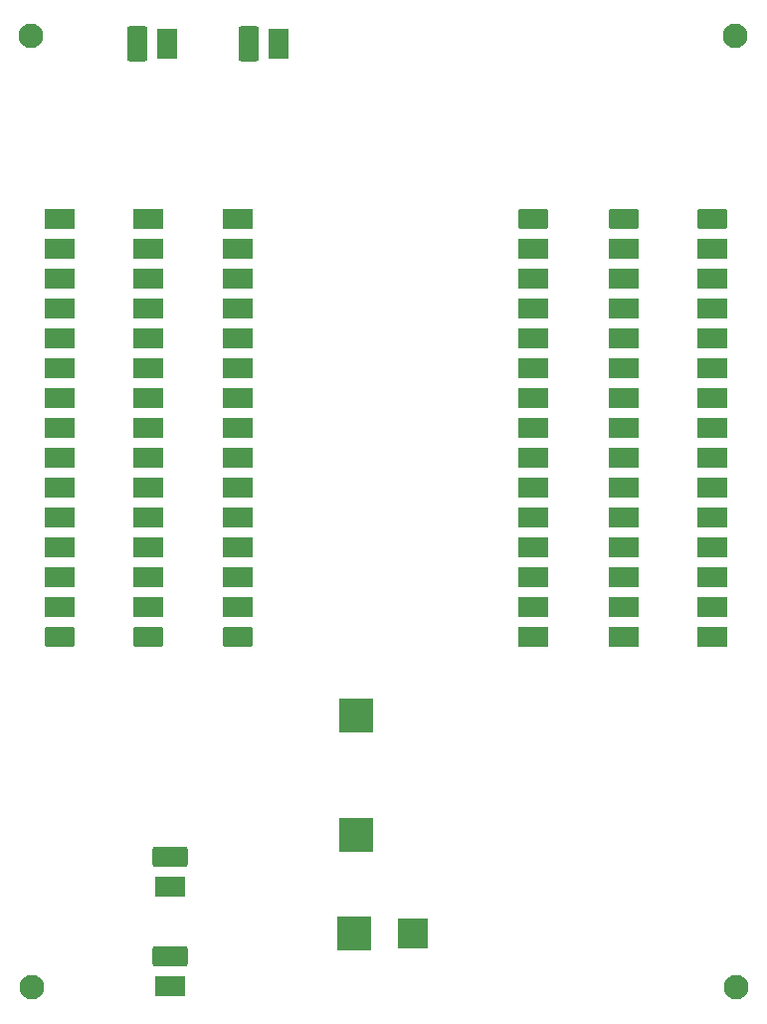
<source format=gbr>
%TF.GenerationSoftware,KiCad,Pcbnew,6.0.7+dfsg-1+b1*%
%TF.CreationDate,2022-10-20T00:31:17-05:00*%
%TF.ProjectId,esp32,65737033-322e-46b6-9963-61645f706362,rev?*%
%TF.SameCoordinates,Original*%
%TF.FileFunction,Soldermask,Bot*%
%TF.FilePolarity,Negative*%
%FSLAX46Y46*%
G04 Gerber Fmt 4.6, Leading zero omitted, Abs format (unit mm)*
G04 Created by KiCad (PCBNEW 6.0.7+dfsg-1+b1) date 2022-10-20 00:31:17*
%MOMM*%
%LPD*%
G01*
G04 APERTURE LIST*
G04 Aperture macros list*
%AMRoundRect*
0 Rectangle with rounded corners*
0 $1 Rounding radius*
0 $2 $3 $4 $5 $6 $7 $8 $9 X,Y pos of 4 corners*
0 Add a 4 corners polygon primitive as box body*
4,1,4,$2,$3,$4,$5,$6,$7,$8,$9,$2,$3,0*
0 Add four circle primitives for the rounded corners*
1,1,$1+$1,$2,$3*
1,1,$1+$1,$4,$5*
1,1,$1+$1,$6,$7*
1,1,$1+$1,$8,$9*
0 Add four rect primitives between the rounded corners*
20,1,$1+$1,$2,$3,$4,$5,0*
20,1,$1+$1,$4,$5,$6,$7,0*
20,1,$1+$1,$6,$7,$8,$9,0*
20,1,$1+$1,$8,$9,$2,$3,0*%
G04 Aperture macros list end*
%ADD10RoundRect,0.250000X1.020000X-0.620000X1.020000X0.620000X-1.020000X0.620000X-1.020000X-0.620000X0*%
%ADD11R,2.540000X1.740000*%
%ADD12RoundRect,0.250000X-0.620000X-1.250000X0.620000X-1.250000X0.620000X1.250000X-0.620000X1.250000X0*%
%ADD13R,1.740000X2.540000*%
%ADD14C,2.100000*%
%ADD15RoundRect,0.250000X-1.020000X0.620000X-1.020000X-0.620000X1.020000X-0.620000X1.020000X0.620000X0*%
%ADD16R,2.500000X2.500000*%
%ADD17R,3.000000X3.000000*%
%ADD18RoundRect,0.250000X-1.250000X0.620000X-1.250000X-0.620000X1.250000X-0.620000X1.250000X0.620000X0*%
G04 APERTURE END LIST*
D10*
%TO.C,J6der1*%
X119937500Y-119590000D03*
D11*
X119937500Y-117050000D03*
X119937500Y-114510000D03*
X119937500Y-111970000D03*
X119937500Y-109430000D03*
X119937500Y-106890000D03*
X119937500Y-104350000D03*
X119937500Y-101810000D03*
X119937500Y-99270000D03*
X119937500Y-96730000D03*
X119937500Y-94190000D03*
X119937500Y-91650000D03*
X119937500Y-89110000D03*
X119937500Y-86570000D03*
X119937500Y-84030000D03*
%TD*%
D12*
%TO.C,J1*%
X128460000Y-69140000D03*
D13*
X131000000Y-69140000D03*
%TD*%
D14*
%TO.C,H4*%
X109930000Y-68490000D03*
%TD*%
%TO.C,H2*%
X110000000Y-149400000D03*
%TD*%
D12*
%TO.C,J7*%
X119030000Y-69140000D03*
D13*
X121570000Y-69140000D03*
%TD*%
D14*
%TO.C,H1*%
X170000000Y-149400000D03*
%TD*%
D15*
%TO.C,J4*%
X160437500Y-84020000D03*
D11*
X160437500Y-86560000D03*
X160437500Y-89100000D03*
X160437500Y-91640000D03*
X160437500Y-94180000D03*
X160437500Y-96720000D03*
X160437500Y-99260000D03*
X160437500Y-101800000D03*
X160437500Y-104340000D03*
X160437500Y-106880000D03*
X160437500Y-109420000D03*
X160437500Y-111960000D03*
X160437500Y-114500000D03*
X160437500Y-117040000D03*
X160437500Y-119580000D03*
%TD*%
D10*
%TO.C,J7der1*%
X112415000Y-119570000D03*
D11*
X112415000Y-117030000D03*
X112415000Y-114490000D03*
X112415000Y-111950000D03*
X112415000Y-109410000D03*
X112415000Y-106870000D03*
X112415000Y-104330000D03*
X112415000Y-101790000D03*
X112415000Y-99250000D03*
X112415000Y-96710000D03*
X112415000Y-94170000D03*
X112415000Y-91630000D03*
X112415000Y-89090000D03*
X112415000Y-86550000D03*
X112415000Y-84010000D03*
%TD*%
D14*
%TO.C,H3*%
X169930000Y-68490000D03*
%TD*%
D16*
%TO.C,J3*%
X142500000Y-144800000D03*
D17*
X137500000Y-144800000D03*
%TD*%
D18*
%TO.C,J6*%
X121842500Y-146730000D03*
D11*
X121842500Y-149270000D03*
%TD*%
D10*
%TO.C,J8der1*%
X127600000Y-119570000D03*
D11*
X127600000Y-117030000D03*
X127600000Y-114490000D03*
X127600000Y-111950000D03*
X127600000Y-109410000D03*
X127600000Y-106870000D03*
X127600000Y-104330000D03*
X127600000Y-101790000D03*
X127600000Y-99250000D03*
X127600000Y-96710000D03*
X127600000Y-94170000D03*
X127600000Y-91630000D03*
X127600000Y-89090000D03*
X127600000Y-86550000D03*
X127600000Y-84010000D03*
%TD*%
D18*
%TO.C,J8*%
X121842500Y-138330000D03*
D11*
X121842500Y-140870000D03*
%TD*%
D15*
%TO.C,J5*%
X152687500Y-84020000D03*
D11*
X152687500Y-86560000D03*
X152687500Y-89100000D03*
X152687500Y-91640000D03*
X152687500Y-94180000D03*
X152687500Y-96720000D03*
X152687500Y-99260000D03*
X152687500Y-101800000D03*
X152687500Y-104340000D03*
X152687500Y-106880000D03*
X152687500Y-109420000D03*
X152687500Y-111960000D03*
X152687500Y-114500000D03*
X152687500Y-117040000D03*
X152687500Y-119580000D03*
%TD*%
D17*
%TO.C,D1*%
X137600000Y-136480000D03*
X137600000Y-126320000D03*
%TD*%
D15*
%TO.C,J2*%
X167915000Y-84020000D03*
D11*
X167915000Y-86560000D03*
X167915000Y-89100000D03*
X167915000Y-91640000D03*
X167915000Y-94180000D03*
X167915000Y-96720000D03*
X167915000Y-99260000D03*
X167915000Y-101800000D03*
X167915000Y-104340000D03*
X167915000Y-106880000D03*
X167915000Y-109420000D03*
X167915000Y-111960000D03*
X167915000Y-114500000D03*
X167915000Y-117040000D03*
X167915000Y-119580000D03*
%TD*%
M02*

</source>
